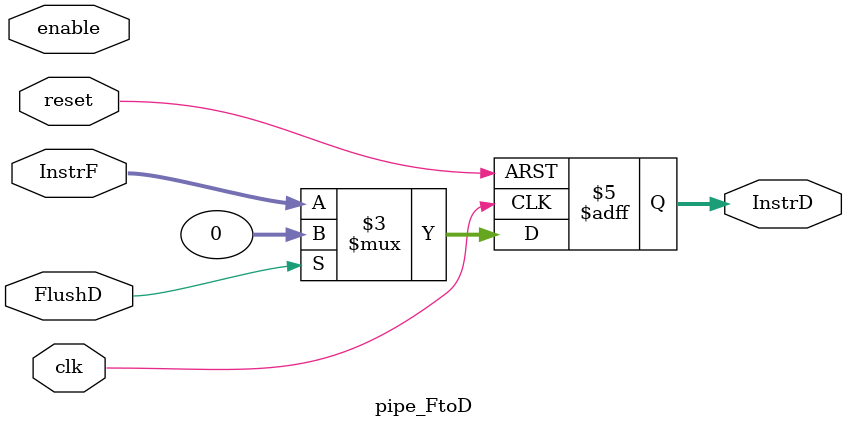
<source format=sv>
module pipe_FtoD(input logic clk,
						  input logic reset,
						  input logic enable, FlushD, // hazard unit 
						  input logic [31:0] InstrF,
						  output logic [31:0] InstrD);

	// Registro entre Fetch y Decode
	always_ff @( posedge clk, posedge reset )
		begin
			//como siempre, al ser un flipflop, si hay un reset se resetea en 0
			if (reset)
				InstrD <= 0;
			else
				//si el reset no esta activado seguimos normalmente
				begin
					//Si el hazardUnit nos esta diciendo que hagamos un flush
					if (FlushD)
						//devolvemos una cadena de 32 0s
						InstrD <= 0;
					//si en cambio, el StallD esta en 0, entonces al estar negada la entrada nos da un 1, por lo que damos como resultado 
					//la instruccion de entrada 
					else //if (enable)
						InstrD <= InstrF;
			end
		end
endmodule 
				
</source>
